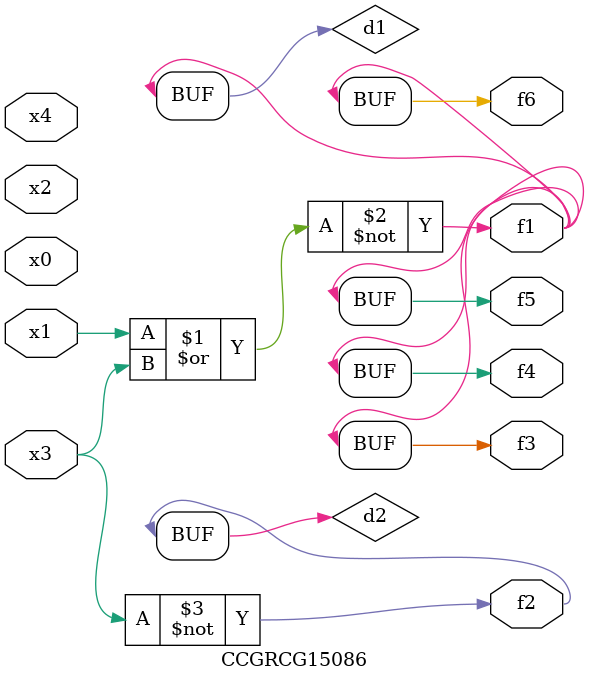
<source format=v>
module CCGRCG15086(
	input x0, x1, x2, x3, x4,
	output f1, f2, f3, f4, f5, f6
);

	wire d1, d2;

	nor (d1, x1, x3);
	not (d2, x3);
	assign f1 = d1;
	assign f2 = d2;
	assign f3 = d1;
	assign f4 = d1;
	assign f5 = d1;
	assign f6 = d1;
endmodule

</source>
